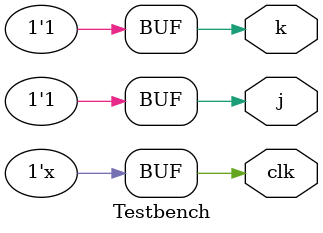
<source format=v>
`timescale 1ns / 1ps


module Testbench(
    output reg j,
    output reg k,
    output reg clk
    );
   
    
    initial begin
    j=0;
    k=0;
    clk=0;
    #150
    j=1;
    #150
    j=0;
    k=1;
    #150
    j=1;
    k=1;
    end
   
    always#(30)begin
    clk=~clk;
    end
    /*
    always#(50)begin
    j=~j;
    end
    always#(40)begin
    k=~k;
    end
    
    */
    
endmodule

</source>
